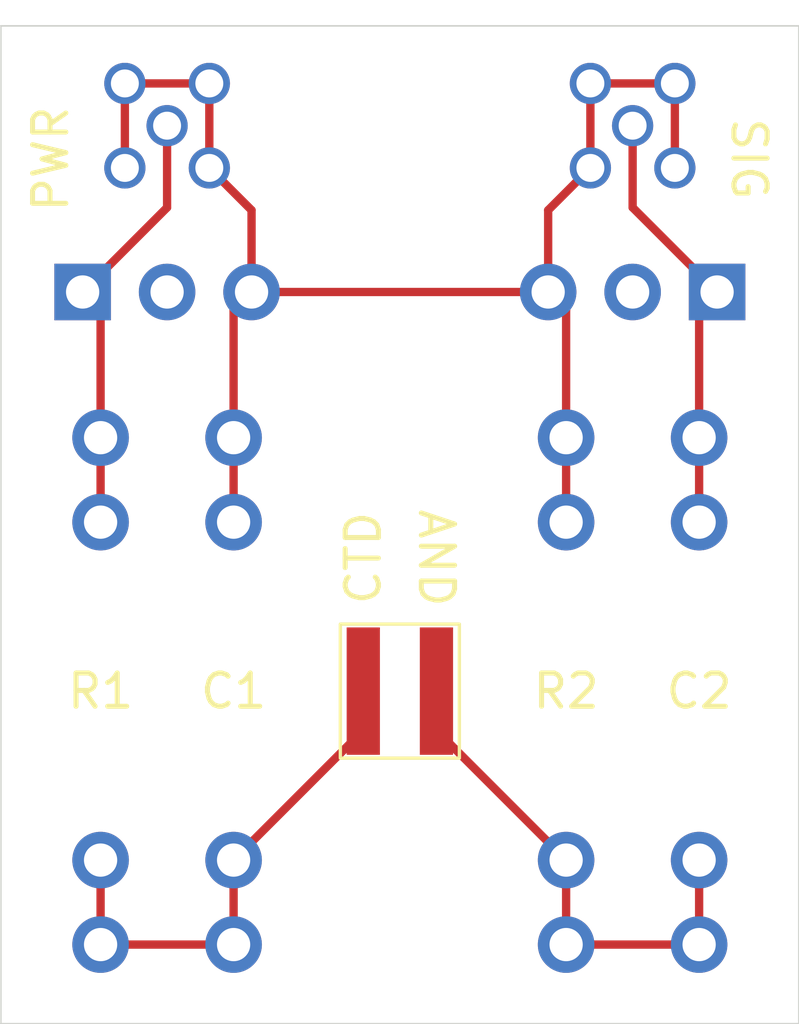
<source format=kicad_pcb>
(kicad_pcb (version 20241229) (generator "pcbnew") (generator_version "9.0")
  (layers (0 "F.Cu" signal) (2 "B.Cu" signal) (13 "F.Paste" user) (15 "B.Paste" user) (5 "F.SilkS" user "F.Silkscreen") (7 "B.SilkS" user "B.Silkscreen") (1 "F.Mask" user) (3 "B.Mask" user) (25 "Edge.Cuts" user))
  (net 0 "")
  (net 1 "GND")
  (net 2 "Net-(C1-+)")
  (net 3 "Net-(C2-+)")
  (net 4 "SIG")
  (net 5 "HV+")
  (footprint "Connector_Coaxial:MMCX_Molex_73415-1471_Vertical" (layer "F.Cu") (at 143 83)
    (property "Reference" "J-PWR-2" (hide yes))
    (property "Value" "Conn_01x02_Pin" (hide yes))
    (pad "1" thru_hole circle (at 0 0) (size 1.24 1.24) (drill 0.84) (layers "*.Cu" "*.Mask") (net 5 "HV+"))
    (pad "2" thru_hole circle (at -1.27 -1.27) (size 1.24 1.24) (drill 0.84) (layers "*.Cu" "*.Mask") (net 1 "GND"))
    (pad "2" thru_hole circle (at -1.27 1.27) (size 1.24 1.24) (drill 0.84) (layers "*.Cu" "*.Mask") (net 1 "GND"))
    (pad "2" thru_hole circle (at 1.27 -1.27) (size 1.24 1.24) (drill 0.84) (layers "*.Cu" "*.Mask") (net 1 "GND"))
    (pad "2" thru_hole circle (at 1.27 1.27) (size 1.24 1.24) (drill 0.84) (layers "*.Cu" "*.Mask") (net 1 "GND"))
  )
  (footprint "Connector_PinHeader_2.54mm:PinHeader_1x03_P2.54mm_Vertical" (layer "F.Cu") (at 159.54 88 -90)
    (property "Reference" "J-SIG1" (hide yes))
    (property "Value" "Conn_01x03_Pin" (hide yes))
    (pad "1" thru_hole rect (at 0 0 270) (size 1.7 1.7) (drill 1) (layers "*.Cu" "*.Mask") (net 4 "SIG"))
    (pad "2" thru_hole oval (at 0 2.54 270) (size 1.7 1.7) (drill 1) (layers "*.Cu" "*.Mask"))
    (pad "3" thru_hole oval (at 0 5.08 270) (size 1.7 1.7) (drill 1) (layers "*.Cu" "*.Mask") (net 1 "GND"))
  )
  (footprint "Custom_ThroughHole:PinHeader_1x04_P2.54mm_Vertical_Spaced" (layer "F.Cu") (at 145 100 180)
    (property "Reference" "C1" (at 0 0 180) (layer "F.SilkS"))
    (property "Value" "C" (hide yes))
    (pad "1" thru_hole circle (at 0 -7.62 180) (size 1.7 1.7) (drill 1) (layers "*.Cu" "*.Mask") (net 2 "Net-(C1-+)"))
    (pad "1" thru_hole oval (at 0 -5.08 180) (size 1.7 1.7) (drill 1) (layers "*.Cu" "*.Mask") (net 2 "Net-(C1-+)"))
    (pad "2" thru_hole oval (at 0 5.08 180) (size 1.7 1.7) (drill 1) (layers "*.Cu" "*.Mask") (net 1 "GND"))
    (pad "2" thru_hole oval (at 0 7.62 180) (size 1.7 1.7) (drill 1) (layers "*.Cu" "*.Mask") (net 1 "GND"))
  )
  (footprint "Custom_ThroughHole:PinHeader_1x04_P2.54mm_Vertical_Spaced" (layer "F.Cu") (at 141 100)
    (property "Reference" "R1" (at 0 0 180) (layer "F.SilkS"))
    (property "Value" "R" (hide yes))
    (pad "1" thru_hole circle (at 0 -7.62) (size 1.7 1.7) (drill 1) (layers "*.Cu" "*.Mask") (net 5 "HV+"))
    (pad "1" thru_hole oval (at 0 -5.08) (size 1.7 1.7) (drill 1) (layers "*.Cu" "*.Mask") (net 5 "HV+"))
    (pad "2" thru_hole oval (at 0 5.08) (size 1.7 1.7) (drill 1) (layers "*.Cu" "*.Mask") (net 2 "Net-(C1-+)"))
    (pad "2" thru_hole oval (at 0 7.62) (size 1.7 1.7) (drill 1) (layers "*.Cu" "*.Mask") (net 2 "Net-(C1-+)"))
  )
  (footprint "Connector_PinHeader_2.54mm:PinHeader_1x03_P2.54mm_Vertical" (layer "F.Cu") (at 140.46 88 90)
    (property "Reference" "J-PWR1" (hide yes))
    (property "Value" "Conn_01x03_Pin" (hide yes))
    (pad "1" thru_hole rect (at 0 0 90) (size 1.7 1.7) (drill 1) (layers "*.Cu" "*.Mask") (net 5 "HV+"))
    (pad "2" thru_hole oval (at 0 2.54 90) (size 1.7 1.7) (drill 1) (layers "*.Cu" "*.Mask"))
    (pad "3" thru_hole oval (at 0 5.08 90) (size 1.7 1.7) (drill 1) (layers "*.Cu" "*.Mask") (net 1 "GND"))
  )
  (footprint "Custom_ThroughHole:PinHeader_1x04_P2.54mm_Vertical_Spaced" (layer "F.Cu") (at 155 100 180)
    (property "Reference" "R2" (at 0 0 0) (layer "F.SilkS"))
    (property "Value" "R" (hide yes))
    (pad "1" thru_hole circle (at 0 -7.62 180) (size 1.7 1.7) (drill 1) (layers "*.Cu" "*.Mask") (net 3 "Net-(C2-+)"))
    (pad "1" thru_hole oval (at 0 -5.08 180) (size 1.7 1.7) (drill 1) (layers "*.Cu" "*.Mask") (net 3 "Net-(C2-+)"))
    (pad "2" thru_hole oval (at 0 5.08 180) (size 1.7 1.7) (drill 1) (layers "*.Cu" "*.Mask") (net 1 "GND"))
    (pad "2" thru_hole oval (at 0 7.62 180) (size 1.7 1.7) (drill 1) (layers "*.Cu" "*.Mask") (net 1 "GND"))
  )
  (footprint "Connector_Coaxial:MMCX_Molex_73415-1471_Vertical" (layer "F.Cu") (at 157 83)
    (property "Reference" "J-SIG-2" (hide yes))
    (property "Value" "Conn_01x02_Pin" (hide yes))
    (pad "1" thru_hole circle (at 0 0) (size 1.24 1.24) (drill 0.84) (layers "*.Cu" "*.Mask") (net 4 "SIG"))
    (pad "2" thru_hole circle (at -1.27 -1.27) (size 1.24 1.24) (drill 0.84) (layers "*.Cu" "*.Mask") (net 1 "GND"))
    (pad "2" thru_hole circle (at -1.27 1.27) (size 1.24 1.24) (drill 0.84) (layers "*.Cu" "*.Mask") (net 1 "GND"))
    (pad "2" thru_hole circle (at 1.27 -1.27) (size 1.24 1.24) (drill 0.84) (layers "*.Cu" "*.Mask") (net 1 "GND"))
    (pad "2" thru_hole circle (at 1.27 1.27) (size 1.24 1.24) (drill 0.84) (layers "*.Cu" "*.Mask") (net 1 "GND"))
  )
  (footprint "Custom_ThroughHole:PinHeader_1x04_P2.54mm_Vertical_Spaced" (layer "F.Cu") (at 159 100 180)
    (property "Reference" "C2" (at 0 0 0) (layer "F.SilkS"))
    (property "Value" "C" (hide yes))
    (pad "1" thru_hole circle (at 0 -7.62 180) (size 1.7 1.7) (drill 1) (layers "*.Cu" "*.Mask") (net 3 "Net-(C2-+)"))
    (pad "1" thru_hole oval (at 0 -5.08 180) (size 1.7 1.7) (drill 1) (layers "*.Cu" "*.Mask") (net 3 "Net-(C2-+)"))
    (pad "2" thru_hole oval (at 0 5.08 180) (size 1.7 1.7) (drill 1) (layers "*.Cu" "*.Mask") (net 4 "SIG"))
    (pad "2" thru_hole oval (at 0 7.62 180) (size 1.7 1.7) (drill 1) (layers "*.Cu" "*.Mask") (net 4 "SIG"))
  )
  (footprint "SiPM-FBK:ASD-RGB3S-P-40" (layer "F.Cu") (at 150 100)
    (property "Reference" "D1" (hide yes))
    (property "Value" "~" (hide yes))
    (fp_rect (start -1.79 -2.015) (end 1.79 2.015) (stroke (width 0.1)) (fill no) (layer "F.SilkS"))
    (pad "1" smd rect (at -1.1 0) (size 1 3.83) (layers "F.Cu" "F.Mask" "F.Paste") (net 2 "Net-(C1-+)"))
    (pad "2" smd rect (at 1.1 0) (size 1 3.83) (layers "F.Cu" "F.Mask" "F.Paste") (net 3 "Net-(C2-+)"))
  )
  (gr_rect (start 138 80) (end 162 110) (stroke (width 0.05)) (fill no) (layer "Edge.Cuts"))
  (gr_text "CTD" (at 148.9 96 90) (layer "F.SilkS") (effects (font (size 1 1))))
  (gr_text "PWR" (at 139.5 84 90) (layer "F.SilkS") (effects (font (size 1 1))))
  (gr_text "AND" (at 151.1 96 -90) (layer "F.SilkS") (effects (font (size 1 1))))
  (gr_text "SIG" (at 160.5 84 270) (layer "F.SilkS") (effects (font (size 1 1))))
  (segment (start 155.73 81.73) (end 155.73 84.27) (width 0.25) (layer "F.Cu") (net 1))
  (segment (start 145.54 85.54) (end 145.54 88) (width 0.25) (layer "F.Cu") (net 1))
  (segment (start 145 92.38) (end 145 88.54) (width 0.25) (layer "F.Cu") (net 1))
  (segment (start 155.73 84.27) (end 154.46 85.54) (width 0.25) (layer "F.Cu") (net 1))
  (segment (start 145 88.54) (end 145.54 88) (width 0.25) (layer "F.Cu") (net 1))
  (segment (start 144.27 81.73) (end 141.73 81.73) (width 0.25) (layer "F.Cu") (net 1))
  (segment (start 158.27 84.27) (end 158.27 81.73) (width 0.25) (layer "F.Cu") (net 1))
  (segment (start 155 94.92) (end 155 92.38) (width 0.25) (layer "F.Cu") (net 1))
  (segment (start 144.27 84.27) (end 144.27 81.73) (width 0.25) (layer "F.Cu") (net 1))
  (segment (start 144.27 84.27) (end 145.54 85.54) (width 0.25) (layer "F.Cu") (net 1))
  (segment (start 145.54 88) (end 154.46 88) (width 0.25) (layer "F.Cu") (net 1))
  (segment (start 141.73 81.73) (end 141.73 84.27) (width 0.25) (layer "F.Cu") (net 1))
  (segment (start 155.73 81.73) (end 158.27 81.73) (width 0.25) (layer "F.Cu") (net 1))
  (segment (start 145 94.92) (end 145 92.38) (width 0.25) (layer "F.Cu") (net 1))
  (segment (start 155 92.38) (end 155 88.54) (width 0.25) (layer "F.Cu") (net 1))
  (segment (start 155 88.54) (end 154.46 88) (width 0.25) (layer "F.Cu") (net 1))
  (segment (start 154.46 85.54) (end 154.46 88) (width 0.25) (layer "F.Cu") (net 1))
  (segment (start 148.9 101.18) (end 145 105.08) (width 0.25) (layer "F.Cu") (net 2))
  (segment (start 141 107.62) (end 145 107.62) (width 0.25) (layer "F.Cu") (net 2))
  (segment (start 145 107.62) (end 145 105.08) (width 0.25) (layer "F.Cu") (net 2))
  (segment (start 141 107.62) (end 141 105.08) (width 0.25) (layer "F.Cu") (net 2))
  (segment (start 148.9 100) (end 148.9 101.18) (width 0.25) (layer "F.Cu") (net 2))
  (segment (start 155 107.62) (end 159 107.62) (width 0.25) (layer "F.Cu") (net 3))
  (segment (start 159 105.08) (end 159 107.62) (width 0.25) (layer "F.Cu") (net 3))
  (segment (start 151.1 100) (end 151.1 101.18) (width 0.25) (layer "F.Cu") (net 3))
  (segment (start 151.1 101.18) (end 155 105.08) (width 0.25) (layer "F.Cu") (net 3))
  (segment (start 155 105.08) (end 155 107.62) (width 0.25) (layer "F.Cu") (net 3))
  (segment (start 157 85.46) (end 159.54 88) (width 0.25) (layer "F.Cu") (net 4))
  (segment (start 159 88.54) (end 159.54 88) (width 0.25) (layer "F.Cu") (net 4))
  (segment (start 159 92.38) (end 159 88.54) (width 0.25) (layer "F.Cu") (net 4))
  (segment (start 159 94.92) (end 159 92.38) (width 0.25) (layer "F.Cu") (net 4))
  (segment (start 157 83) (end 157 85.46) (width 0.25) (layer "F.Cu") (net 4))
  (segment (start 141 88.54) (end 140.46 88) (width 0.25) (layer "F.Cu") (net 5))
  (segment (start 141 92.38) (end 141 88.54) (width 0.25) (layer "F.Cu") (net 5))
  (segment (start 143 85.46) (end 140.46 88) (width 0.25) (layer "F.Cu") (net 5))
  (segment (start 143 83) (end 143 85.46) (width 0.25) (layer "F.Cu") (net 5))
  (segment (start 141 94.92) (end 141 92.38) (width 0.25) (layer "F.Cu") (net 5))
)
</source>
